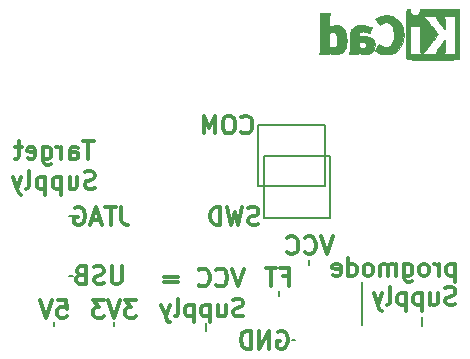
<source format=gbo>
G04 #@! TF.GenerationSoftware,KiCad,Pcbnew,(2017-05-12 revision b823d0b78)-makepkg*
G04 #@! TF.CreationDate,2017-05-13T14:09:32+02:00*
G04 #@! TF.ProjectId,jtagTc2050Adaptor,6A74616754633230353041646170746F,1.0*
G04 #@! TF.FileFunction,Legend,Bot*
G04 #@! TF.FilePolarity,Positive*
%FSLAX46Y46*%
G04 Gerber Fmt 4.6, Leading zero omitted, Abs format (unit mm)*
G04 Created by KiCad (PCBNEW (2017-05-12 revision b823d0b78)-makepkg) date 05/13/17 14:09:32*
%MOMM*%
%LPD*%
G01*
G04 APERTURE LIST*
%ADD10C,0.100000*%
%ADD11C,0.200000*%
%ADD12C,0.300000*%
%ADD13C,0.010000*%
G04 APERTURE END LIST*
D10*
D11*
X66484500Y-86360000D02*
X66865500Y-86360000D01*
X66865500Y-91440000D02*
X66484500Y-91440000D01*
X65278000Y-95694500D02*
X65278000Y-95313500D01*
X70358000Y-95694500D02*
X70358000Y-95313500D01*
X78105000Y-96075500D02*
X78105000Y-95377000D01*
X85661500Y-96837500D02*
X85407500Y-96837500D01*
X86868000Y-90487500D02*
X86868000Y-90106500D01*
X84328000Y-93091000D02*
X84328000Y-92710000D01*
D12*
X84621642Y-91459857D02*
X85121642Y-91459857D01*
X85121642Y-92245571D02*
X85121642Y-90745571D01*
X84407357Y-90745571D01*
X84050214Y-90745571D02*
X83193071Y-90745571D01*
X83621642Y-92245571D02*
X83621642Y-90745571D01*
X84200857Y-96151000D02*
X84343714Y-96079571D01*
X84558000Y-96079571D01*
X84772285Y-96151000D01*
X84915142Y-96293857D01*
X84986571Y-96436714D01*
X85058000Y-96722428D01*
X85058000Y-96936714D01*
X84986571Y-97222428D01*
X84915142Y-97365285D01*
X84772285Y-97508142D01*
X84558000Y-97579571D01*
X84415142Y-97579571D01*
X84200857Y-97508142D01*
X84129428Y-97436714D01*
X84129428Y-96936714D01*
X84415142Y-96936714D01*
X83486571Y-97579571D02*
X83486571Y-96079571D01*
X82629428Y-97579571D01*
X82629428Y-96079571D01*
X81915142Y-97579571D02*
X81915142Y-96079571D01*
X81558000Y-96079571D01*
X81343714Y-96151000D01*
X81200857Y-96293857D01*
X81129428Y-96436714D01*
X81058000Y-96722428D01*
X81058000Y-96936714D01*
X81129428Y-97222428D01*
X81200857Y-97365285D01*
X81343714Y-97508142D01*
X81558000Y-97579571D01*
X81915142Y-97579571D01*
X88868000Y-88078571D02*
X88368000Y-89578571D01*
X87868000Y-88078571D01*
X86510857Y-89435714D02*
X86582285Y-89507142D01*
X86796571Y-89578571D01*
X86939428Y-89578571D01*
X87153714Y-89507142D01*
X87296571Y-89364285D01*
X87368000Y-89221428D01*
X87439428Y-88935714D01*
X87439428Y-88721428D01*
X87368000Y-88435714D01*
X87296571Y-88292857D01*
X87153714Y-88150000D01*
X86939428Y-88078571D01*
X86796571Y-88078571D01*
X86582285Y-88150000D01*
X86510857Y-88221428D01*
X85010857Y-89435714D02*
X85082285Y-89507142D01*
X85296571Y-89578571D01*
X85439428Y-89578571D01*
X85653714Y-89507142D01*
X85796571Y-89364285D01*
X85868000Y-89221428D01*
X85939428Y-88935714D01*
X85939428Y-88721428D01*
X85868000Y-88435714D01*
X85796571Y-88292857D01*
X85653714Y-88150000D01*
X85439428Y-88078571D01*
X85296571Y-88078571D01*
X85082285Y-88150000D01*
X85010857Y-88221428D01*
X99173657Y-90407371D02*
X99173657Y-91907371D01*
X99173657Y-90478800D02*
X99030800Y-90407371D01*
X98745085Y-90407371D01*
X98602228Y-90478800D01*
X98530800Y-90550228D01*
X98459371Y-90693085D01*
X98459371Y-91121657D01*
X98530800Y-91264514D01*
X98602228Y-91335942D01*
X98745085Y-91407371D01*
X99030800Y-91407371D01*
X99173657Y-91335942D01*
X97816514Y-91407371D02*
X97816514Y-90407371D01*
X97816514Y-90693085D02*
X97745085Y-90550228D01*
X97673657Y-90478800D01*
X97530800Y-90407371D01*
X97387942Y-90407371D01*
X96673657Y-91407371D02*
X96816514Y-91335942D01*
X96887942Y-91264514D01*
X96959371Y-91121657D01*
X96959371Y-90693085D01*
X96887942Y-90550228D01*
X96816514Y-90478800D01*
X96673657Y-90407371D01*
X96459371Y-90407371D01*
X96316514Y-90478800D01*
X96245085Y-90550228D01*
X96173657Y-90693085D01*
X96173657Y-91121657D01*
X96245085Y-91264514D01*
X96316514Y-91335942D01*
X96459371Y-91407371D01*
X96673657Y-91407371D01*
X94887942Y-90407371D02*
X94887942Y-91621657D01*
X94959371Y-91764514D01*
X95030800Y-91835942D01*
X95173657Y-91907371D01*
X95387942Y-91907371D01*
X95530800Y-91835942D01*
X94887942Y-91335942D02*
X95030800Y-91407371D01*
X95316514Y-91407371D01*
X95459371Y-91335942D01*
X95530800Y-91264514D01*
X95602228Y-91121657D01*
X95602228Y-90693085D01*
X95530800Y-90550228D01*
X95459371Y-90478800D01*
X95316514Y-90407371D01*
X95030800Y-90407371D01*
X94887942Y-90478800D01*
X94173657Y-91407371D02*
X94173657Y-90407371D01*
X94173657Y-90550228D02*
X94102228Y-90478800D01*
X93959371Y-90407371D01*
X93745085Y-90407371D01*
X93602228Y-90478800D01*
X93530800Y-90621657D01*
X93530800Y-91407371D01*
X93530800Y-90621657D02*
X93459371Y-90478800D01*
X93316514Y-90407371D01*
X93102228Y-90407371D01*
X92959371Y-90478800D01*
X92887942Y-90621657D01*
X92887942Y-91407371D01*
X91959371Y-91407371D02*
X92102228Y-91335942D01*
X92173657Y-91264514D01*
X92245085Y-91121657D01*
X92245085Y-90693085D01*
X92173657Y-90550228D01*
X92102228Y-90478800D01*
X91959371Y-90407371D01*
X91745085Y-90407371D01*
X91602228Y-90478800D01*
X91530800Y-90550228D01*
X91459371Y-90693085D01*
X91459371Y-91121657D01*
X91530800Y-91264514D01*
X91602228Y-91335942D01*
X91745085Y-91407371D01*
X91959371Y-91407371D01*
X90173657Y-91407371D02*
X90173657Y-89907371D01*
X90173657Y-91335942D02*
X90316514Y-91407371D01*
X90602228Y-91407371D01*
X90745085Y-91335942D01*
X90816514Y-91264514D01*
X90887942Y-91121657D01*
X90887942Y-90693085D01*
X90816514Y-90550228D01*
X90745085Y-90478800D01*
X90602228Y-90407371D01*
X90316514Y-90407371D01*
X90173657Y-90478800D01*
X88887942Y-91335942D02*
X89030800Y-91407371D01*
X89316514Y-91407371D01*
X89459371Y-91335942D01*
X89530800Y-91193085D01*
X89530800Y-90621657D01*
X89459371Y-90478800D01*
X89316514Y-90407371D01*
X89030800Y-90407371D01*
X88887942Y-90478800D01*
X88816514Y-90621657D01*
X88816514Y-90764514D01*
X89530800Y-90907371D01*
D11*
X91287600Y-95605600D02*
X91287600Y-91948000D01*
X96393000Y-95631000D02*
X96393000Y-94869000D01*
D12*
X99237371Y-93825142D02*
X99023085Y-93896571D01*
X98665942Y-93896571D01*
X98523085Y-93825142D01*
X98451657Y-93753714D01*
X98380228Y-93610857D01*
X98380228Y-93468000D01*
X98451657Y-93325142D01*
X98523085Y-93253714D01*
X98665942Y-93182285D01*
X98951657Y-93110857D01*
X99094514Y-93039428D01*
X99165942Y-92968000D01*
X99237371Y-92825142D01*
X99237371Y-92682285D01*
X99165942Y-92539428D01*
X99094514Y-92468000D01*
X98951657Y-92396571D01*
X98594514Y-92396571D01*
X98380228Y-92468000D01*
X97094514Y-92896571D02*
X97094514Y-93896571D01*
X97737371Y-92896571D02*
X97737371Y-93682285D01*
X97665942Y-93825142D01*
X97523085Y-93896571D01*
X97308800Y-93896571D01*
X97165942Y-93825142D01*
X97094514Y-93753714D01*
X96380228Y-92896571D02*
X96380228Y-94396571D01*
X96380228Y-92968000D02*
X96237371Y-92896571D01*
X95951657Y-92896571D01*
X95808800Y-92968000D01*
X95737371Y-93039428D01*
X95665942Y-93182285D01*
X95665942Y-93610857D01*
X95737371Y-93753714D01*
X95808800Y-93825142D01*
X95951657Y-93896571D01*
X96237371Y-93896571D01*
X96380228Y-93825142D01*
X95023085Y-92896571D02*
X95023085Y-94396571D01*
X95023085Y-92968000D02*
X94880228Y-92896571D01*
X94594514Y-92896571D01*
X94451657Y-92968000D01*
X94380228Y-93039428D01*
X94308800Y-93182285D01*
X94308800Y-93610857D01*
X94380228Y-93753714D01*
X94451657Y-93825142D01*
X94594514Y-93896571D01*
X94880228Y-93896571D01*
X95023085Y-93825142D01*
X93451657Y-93896571D02*
X93594514Y-93825142D01*
X93665942Y-93682285D01*
X93665942Y-92396571D01*
X93023085Y-92896571D02*
X92665942Y-93896571D01*
X92308800Y-92896571D02*
X92665942Y-93896571D01*
X92808800Y-94253714D01*
X92880228Y-94325142D01*
X93023085Y-94396571D01*
X72215142Y-93476071D02*
X71286571Y-93476071D01*
X71786571Y-94047500D01*
X71572285Y-94047500D01*
X71429428Y-94118928D01*
X71358000Y-94190357D01*
X71286571Y-94333214D01*
X71286571Y-94690357D01*
X71358000Y-94833214D01*
X71429428Y-94904642D01*
X71572285Y-94976071D01*
X72000857Y-94976071D01*
X72143714Y-94904642D01*
X72215142Y-94833214D01*
X70858000Y-93476071D02*
X70358000Y-94976071D01*
X69858000Y-93476071D01*
X69500857Y-93476071D02*
X68572285Y-93476071D01*
X69072285Y-94047500D01*
X68858000Y-94047500D01*
X68715142Y-94118928D01*
X68643714Y-94190357D01*
X68572285Y-94333214D01*
X68572285Y-94690357D01*
X68643714Y-94833214D01*
X68715142Y-94904642D01*
X68858000Y-94976071D01*
X69286571Y-94976071D01*
X69429428Y-94904642D01*
X69500857Y-94833214D01*
X65563714Y-93476071D02*
X66278000Y-93476071D01*
X66349428Y-94190357D01*
X66278000Y-94118928D01*
X66135142Y-94047500D01*
X65778000Y-94047500D01*
X65635142Y-94118928D01*
X65563714Y-94190357D01*
X65492285Y-94333214D01*
X65492285Y-94690357D01*
X65563714Y-94833214D01*
X65635142Y-94904642D01*
X65778000Y-94976071D01*
X66135142Y-94976071D01*
X66278000Y-94904642D01*
X66349428Y-94833214D01*
X65063714Y-93476071D02*
X64563714Y-94976071D01*
X64063714Y-93476071D01*
X81351000Y-90804071D02*
X80851000Y-92304071D01*
X80351000Y-90804071D01*
X78993857Y-92161214D02*
X79065285Y-92232642D01*
X79279571Y-92304071D01*
X79422428Y-92304071D01*
X79636714Y-92232642D01*
X79779571Y-92089785D01*
X79851000Y-91946928D01*
X79922428Y-91661214D01*
X79922428Y-91446928D01*
X79851000Y-91161214D01*
X79779571Y-91018357D01*
X79636714Y-90875500D01*
X79422428Y-90804071D01*
X79279571Y-90804071D01*
X79065285Y-90875500D01*
X78993857Y-90946928D01*
X77493857Y-92161214D02*
X77565285Y-92232642D01*
X77779571Y-92304071D01*
X77922428Y-92304071D01*
X78136714Y-92232642D01*
X78279571Y-92089785D01*
X78351000Y-91946928D01*
X78422428Y-91661214D01*
X78422428Y-91446928D01*
X78351000Y-91161214D01*
X78279571Y-91018357D01*
X78136714Y-90875500D01*
X77922428Y-90804071D01*
X77779571Y-90804071D01*
X77565285Y-90875500D01*
X77493857Y-90946928D01*
X75708142Y-91518357D02*
X74565285Y-91518357D01*
X74565285Y-91946928D02*
X75708142Y-91946928D01*
X81279571Y-94782642D02*
X81065285Y-94854071D01*
X80708142Y-94854071D01*
X80565285Y-94782642D01*
X80493857Y-94711214D01*
X80422428Y-94568357D01*
X80422428Y-94425500D01*
X80493857Y-94282642D01*
X80565285Y-94211214D01*
X80708142Y-94139785D01*
X80993857Y-94068357D01*
X81136714Y-93996928D01*
X81208142Y-93925500D01*
X81279571Y-93782642D01*
X81279571Y-93639785D01*
X81208142Y-93496928D01*
X81136714Y-93425500D01*
X80993857Y-93354071D01*
X80636714Y-93354071D01*
X80422428Y-93425500D01*
X79136714Y-93854071D02*
X79136714Y-94854071D01*
X79779571Y-93854071D02*
X79779571Y-94639785D01*
X79708142Y-94782642D01*
X79565285Y-94854071D01*
X79351000Y-94854071D01*
X79208142Y-94782642D01*
X79136714Y-94711214D01*
X78422428Y-93854071D02*
X78422428Y-95354071D01*
X78422428Y-93925500D02*
X78279571Y-93854071D01*
X77993857Y-93854071D01*
X77851000Y-93925500D01*
X77779571Y-93996928D01*
X77708142Y-94139785D01*
X77708142Y-94568357D01*
X77779571Y-94711214D01*
X77851000Y-94782642D01*
X77993857Y-94854071D01*
X78279571Y-94854071D01*
X78422428Y-94782642D01*
X77065285Y-93854071D02*
X77065285Y-95354071D01*
X77065285Y-93925500D02*
X76922428Y-93854071D01*
X76636714Y-93854071D01*
X76493857Y-93925500D01*
X76422428Y-93996928D01*
X76351000Y-94139785D01*
X76351000Y-94568357D01*
X76422428Y-94711214D01*
X76493857Y-94782642D01*
X76636714Y-94854071D01*
X76922428Y-94854071D01*
X77065285Y-94782642D01*
X75493857Y-94854071D02*
X75636714Y-94782642D01*
X75708142Y-94639785D01*
X75708142Y-93354071D01*
X75065285Y-93854071D02*
X74708142Y-94854071D01*
X74351000Y-93854071D02*
X74708142Y-94854071D01*
X74851000Y-95211214D01*
X74922428Y-95282642D01*
X75065285Y-95354071D01*
X68599428Y-80009071D02*
X67742285Y-80009071D01*
X68170857Y-81509071D02*
X68170857Y-80009071D01*
X66599428Y-81509071D02*
X66599428Y-80723357D01*
X66670857Y-80580500D01*
X66813714Y-80509071D01*
X67099428Y-80509071D01*
X67242285Y-80580500D01*
X66599428Y-81437642D02*
X66742285Y-81509071D01*
X67099428Y-81509071D01*
X67242285Y-81437642D01*
X67313714Y-81294785D01*
X67313714Y-81151928D01*
X67242285Y-81009071D01*
X67099428Y-80937642D01*
X66742285Y-80937642D01*
X66599428Y-80866214D01*
X65885142Y-81509071D02*
X65885142Y-80509071D01*
X65885142Y-80794785D02*
X65813714Y-80651928D01*
X65742285Y-80580500D01*
X65599428Y-80509071D01*
X65456571Y-80509071D01*
X64313714Y-80509071D02*
X64313714Y-81723357D01*
X64385142Y-81866214D01*
X64456571Y-81937642D01*
X64599428Y-82009071D01*
X64813714Y-82009071D01*
X64956571Y-81937642D01*
X64313714Y-81437642D02*
X64456571Y-81509071D01*
X64742285Y-81509071D01*
X64885142Y-81437642D01*
X64956571Y-81366214D01*
X65028000Y-81223357D01*
X65028000Y-80794785D01*
X64956571Y-80651928D01*
X64885142Y-80580500D01*
X64742285Y-80509071D01*
X64456571Y-80509071D01*
X64313714Y-80580500D01*
X63028000Y-81437642D02*
X63170857Y-81509071D01*
X63456571Y-81509071D01*
X63599428Y-81437642D01*
X63670857Y-81294785D01*
X63670857Y-80723357D01*
X63599428Y-80580500D01*
X63456571Y-80509071D01*
X63170857Y-80509071D01*
X63028000Y-80580500D01*
X62956571Y-80723357D01*
X62956571Y-80866214D01*
X63670857Y-81009071D01*
X62528000Y-80509071D02*
X61956571Y-80509071D01*
X62313714Y-80009071D02*
X62313714Y-81294785D01*
X62242285Y-81437642D01*
X62099428Y-81509071D01*
X61956571Y-81509071D01*
X68706571Y-83987642D02*
X68492285Y-84059071D01*
X68135142Y-84059071D01*
X67992285Y-83987642D01*
X67920857Y-83916214D01*
X67849428Y-83773357D01*
X67849428Y-83630500D01*
X67920857Y-83487642D01*
X67992285Y-83416214D01*
X68135142Y-83344785D01*
X68420857Y-83273357D01*
X68563714Y-83201928D01*
X68635142Y-83130500D01*
X68706571Y-82987642D01*
X68706571Y-82844785D01*
X68635142Y-82701928D01*
X68563714Y-82630500D01*
X68420857Y-82559071D01*
X68063714Y-82559071D01*
X67849428Y-82630500D01*
X66563714Y-83059071D02*
X66563714Y-84059071D01*
X67206571Y-83059071D02*
X67206571Y-83844785D01*
X67135142Y-83987642D01*
X66992285Y-84059071D01*
X66778000Y-84059071D01*
X66635142Y-83987642D01*
X66563714Y-83916214D01*
X65849428Y-83059071D02*
X65849428Y-84559071D01*
X65849428Y-83130500D02*
X65706571Y-83059071D01*
X65420857Y-83059071D01*
X65278000Y-83130500D01*
X65206571Y-83201928D01*
X65135142Y-83344785D01*
X65135142Y-83773357D01*
X65206571Y-83916214D01*
X65278000Y-83987642D01*
X65420857Y-84059071D01*
X65706571Y-84059071D01*
X65849428Y-83987642D01*
X64492285Y-83059071D02*
X64492285Y-84559071D01*
X64492285Y-83130500D02*
X64349428Y-83059071D01*
X64063714Y-83059071D01*
X63920857Y-83130500D01*
X63849428Y-83201928D01*
X63778000Y-83344785D01*
X63778000Y-83773357D01*
X63849428Y-83916214D01*
X63920857Y-83987642D01*
X64063714Y-84059071D01*
X64349428Y-84059071D01*
X64492285Y-83987642D01*
X62920857Y-84059071D02*
X63063714Y-83987642D01*
X63135142Y-83844785D01*
X63135142Y-82559071D01*
X62492285Y-83059071D02*
X62135142Y-84059071D01*
X61778000Y-83059071D02*
X62135142Y-84059071D01*
X62278000Y-84416214D01*
X62349428Y-84487642D01*
X62492285Y-84559071D01*
X70980857Y-90618571D02*
X70980857Y-91832857D01*
X70909428Y-91975714D01*
X70838000Y-92047142D01*
X70695142Y-92118571D01*
X70409428Y-92118571D01*
X70266571Y-92047142D01*
X70195142Y-91975714D01*
X70123714Y-91832857D01*
X70123714Y-90618571D01*
X69480857Y-92047142D02*
X69266571Y-92118571D01*
X68909428Y-92118571D01*
X68766571Y-92047142D01*
X68695142Y-91975714D01*
X68623714Y-91832857D01*
X68623714Y-91690000D01*
X68695142Y-91547142D01*
X68766571Y-91475714D01*
X68909428Y-91404285D01*
X69195142Y-91332857D01*
X69338000Y-91261428D01*
X69409428Y-91190000D01*
X69480857Y-91047142D01*
X69480857Y-90904285D01*
X69409428Y-90761428D01*
X69338000Y-90690000D01*
X69195142Y-90618571D01*
X68838000Y-90618571D01*
X68623714Y-90690000D01*
X67480857Y-91332857D02*
X67266571Y-91404285D01*
X67195142Y-91475714D01*
X67123714Y-91618571D01*
X67123714Y-91832857D01*
X67195142Y-91975714D01*
X67266571Y-92047142D01*
X67409428Y-92118571D01*
X67980857Y-92118571D01*
X67980857Y-90618571D01*
X67480857Y-90618571D01*
X67338000Y-90690000D01*
X67266571Y-90761428D01*
X67195142Y-90904285D01*
X67195142Y-91047142D01*
X67266571Y-91190000D01*
X67338000Y-91261428D01*
X67480857Y-91332857D01*
X67980857Y-91332857D01*
X70965000Y-85602071D02*
X70965000Y-86673500D01*
X71036428Y-86887785D01*
X71179285Y-87030642D01*
X71393571Y-87102071D01*
X71536428Y-87102071D01*
X70465000Y-85602071D02*
X69607857Y-85602071D01*
X70036428Y-87102071D02*
X70036428Y-85602071D01*
X69179285Y-86673500D02*
X68465000Y-86673500D01*
X69322142Y-87102071D02*
X68822142Y-85602071D01*
X68322142Y-87102071D01*
X67036428Y-85673500D02*
X67179285Y-85602071D01*
X67393571Y-85602071D01*
X67607857Y-85673500D01*
X67750714Y-85816357D01*
X67822142Y-85959214D01*
X67893571Y-86244928D01*
X67893571Y-86459214D01*
X67822142Y-86744928D01*
X67750714Y-86887785D01*
X67607857Y-87030642D01*
X67393571Y-87102071D01*
X67250714Y-87102071D01*
X67036428Y-87030642D01*
X66965000Y-86959214D01*
X66965000Y-86459214D01*
X67250714Y-86459214D01*
D11*
X88646000Y-81280000D02*
X88646000Y-86487000D01*
X88201500Y-83820000D02*
X88201500Y-78676500D01*
X88201500Y-83820000D02*
X82550000Y-83820000D01*
X82994500Y-81280000D02*
X88646000Y-81280000D01*
X82994500Y-86487000D02*
X88646000Y-86487000D01*
X82550000Y-78676500D02*
X88201500Y-78676500D01*
X82994500Y-81280000D02*
X82994500Y-86487000D01*
X82550000Y-78676500D02*
X82550000Y-83820000D01*
D12*
X81125071Y-79212214D02*
X81196500Y-79283642D01*
X81410785Y-79355071D01*
X81553642Y-79355071D01*
X81767928Y-79283642D01*
X81910785Y-79140785D01*
X81982214Y-78997928D01*
X82053642Y-78712214D01*
X82053642Y-78497928D01*
X81982214Y-78212214D01*
X81910785Y-78069357D01*
X81767928Y-77926500D01*
X81553642Y-77855071D01*
X81410785Y-77855071D01*
X81196500Y-77926500D01*
X81125071Y-77997928D01*
X80196500Y-77855071D02*
X79910785Y-77855071D01*
X79767928Y-77926500D01*
X79625071Y-78069357D01*
X79553642Y-78355071D01*
X79553642Y-78855071D01*
X79625071Y-79140785D01*
X79767928Y-79283642D01*
X79910785Y-79355071D01*
X80196500Y-79355071D01*
X80339357Y-79283642D01*
X80482214Y-79140785D01*
X80553642Y-78855071D01*
X80553642Y-78355071D01*
X80482214Y-78069357D01*
X80339357Y-77926500D01*
X80196500Y-77855071D01*
X78910785Y-79355071D02*
X78910785Y-77855071D01*
X78410785Y-78926500D01*
X77910785Y-77855071D01*
X77910785Y-79355071D01*
X82553714Y-87030642D02*
X82339428Y-87102071D01*
X81982285Y-87102071D01*
X81839428Y-87030642D01*
X81768000Y-86959214D01*
X81696571Y-86816357D01*
X81696571Y-86673500D01*
X81768000Y-86530642D01*
X81839428Y-86459214D01*
X81982285Y-86387785D01*
X82268000Y-86316357D01*
X82410857Y-86244928D01*
X82482285Y-86173500D01*
X82553714Y-86030642D01*
X82553714Y-85887785D01*
X82482285Y-85744928D01*
X82410857Y-85673500D01*
X82268000Y-85602071D01*
X81910857Y-85602071D01*
X81696571Y-85673500D01*
X81196571Y-85602071D02*
X80839428Y-87102071D01*
X80553714Y-86030642D01*
X80268000Y-87102071D01*
X79910857Y-85602071D01*
X79339428Y-87102071D02*
X79339428Y-85602071D01*
X78982285Y-85602071D01*
X78768000Y-85673500D01*
X78625142Y-85816357D01*
X78553714Y-85959214D01*
X78482285Y-86244928D01*
X78482285Y-86459214D01*
X78553714Y-86744928D01*
X78625142Y-86887785D01*
X78768000Y-87030642D01*
X78982285Y-87102071D01*
X79339428Y-87102071D01*
D13*
G36*
X95173037Y-68807099D02*
X95151245Y-68814376D01*
X95132814Y-68830820D01*
X95117465Y-68859597D01*
X95104919Y-68903874D01*
X95094895Y-68966818D01*
X95087117Y-69051594D01*
X95081304Y-69161371D01*
X95077177Y-69299314D01*
X95074457Y-69468591D01*
X95072865Y-69672368D01*
X95072123Y-69913811D01*
X95071950Y-70196087D01*
X95072068Y-70522364D01*
X95072197Y-70895807D01*
X95072200Y-70954900D01*
X95072278Y-71330284D01*
X95072551Y-71658111D01*
X95073082Y-71941621D01*
X95073931Y-72184058D01*
X95075160Y-72388661D01*
X95076831Y-72558674D01*
X95079005Y-72697339D01*
X95081743Y-72807896D01*
X95085108Y-72893588D01*
X95089159Y-72957657D01*
X95093959Y-73003344D01*
X95099569Y-73033892D01*
X95106051Y-73052541D01*
X95112115Y-73061285D01*
X95123191Y-73068392D01*
X95143399Y-73074613D01*
X95175910Y-73080006D01*
X95223897Y-73084629D01*
X95290533Y-73088540D01*
X95378990Y-73091796D01*
X95492440Y-73094456D01*
X95634056Y-73096575D01*
X95807010Y-73098213D01*
X96014476Y-73099428D01*
X96259624Y-73100276D01*
X96545629Y-73100815D01*
X96875661Y-73101103D01*
X97252895Y-73101198D01*
X97307401Y-73101200D01*
X97691224Y-73101126D01*
X98027420Y-73100867D01*
X98319161Y-73100365D01*
X98569619Y-73099562D01*
X98781968Y-73098400D01*
X98959379Y-73096822D01*
X99105025Y-73094771D01*
X99222078Y-73092187D01*
X99313712Y-73089015D01*
X99383097Y-73085195D01*
X99433408Y-73080671D01*
X99467816Y-73075385D01*
X99489493Y-73069279D01*
X99501613Y-73062295D01*
X99502686Y-73061285D01*
X99509935Y-73050027D01*
X99516262Y-73029552D01*
X99521728Y-72996619D01*
X99526394Y-72947986D01*
X99530322Y-72880411D01*
X99533574Y-72790652D01*
X99536210Y-72675468D01*
X99538293Y-72531617D01*
X99539883Y-72355856D01*
X99541042Y-72144944D01*
X99541832Y-71895639D01*
X99542314Y-71604700D01*
X99542549Y-71268884D01*
X99542600Y-70954900D01*
X99542523Y-70579515D01*
X99542250Y-70251688D01*
X99541719Y-69968178D01*
X99540870Y-69725741D01*
X99539641Y-69521138D01*
X99538452Y-69400129D01*
X99263201Y-69400129D01*
X99252763Y-69425038D01*
X99226456Y-69479244D01*
X99212401Y-69507099D01*
X99201468Y-69530174D01*
X99192226Y-69555820D01*
X99184533Y-69588259D01*
X99178248Y-69631708D01*
X99173228Y-69690388D01*
X99169332Y-69768517D01*
X99166417Y-69870317D01*
X99164343Y-70000005D01*
X99162966Y-70161801D01*
X99162146Y-70359925D01*
X99161741Y-70598597D01*
X99161609Y-70882035D01*
X99161601Y-71018690D01*
X99161961Y-71282126D01*
X99162998Y-71530437D01*
X99164644Y-71758956D01*
X99166832Y-71963018D01*
X99169497Y-72137958D01*
X99172570Y-72279111D01*
X99175985Y-72381810D01*
X99179676Y-72441391D01*
X99182176Y-72454770D01*
X99206600Y-72494536D01*
X99232432Y-72548750D01*
X99262111Y-72618600D01*
X98735606Y-72618211D01*
X98580433Y-72617249D01*
X98446050Y-72614781D01*
X98339401Y-72611074D01*
X98267430Y-72606392D01*
X98237081Y-72601000D01*
X98237306Y-72599161D01*
X98267255Y-72565226D01*
X98303068Y-72507026D01*
X98307156Y-72499211D01*
X98322082Y-72461921D01*
X98333093Y-72411667D01*
X98340731Y-72340956D01*
X98345534Y-72242298D01*
X98348044Y-72108200D01*
X98348799Y-71931172D01*
X98348800Y-71921361D01*
X98347567Y-71743747D01*
X98344004Y-71601276D01*
X98338322Y-71498127D01*
X98330728Y-71438478D01*
X98323986Y-71424800D01*
X98294486Y-71444170D01*
X98256759Y-71491144D01*
X98254485Y-71494650D01*
X98213907Y-71551668D01*
X98179701Y-71589900D01*
X98149253Y-71627032D01*
X98109317Y-71689366D01*
X98095729Y-71713233D01*
X98053580Y-71780330D01*
X97990873Y-71869120D01*
X97919808Y-71962464D01*
X97905858Y-71979933D01*
X97797739Y-72122744D01*
X97707262Y-72259367D01*
X97639011Y-72381749D01*
X97597569Y-72481840D01*
X97586800Y-72540323D01*
X97586800Y-72618600D01*
X96460345Y-72618600D01*
X96472471Y-72604888D01*
X96316800Y-72604888D01*
X96292701Y-72609157D01*
X96225604Y-72612885D01*
X96123311Y-72615848D01*
X95993622Y-72617826D01*
X95844339Y-72618596D01*
X95834200Y-72618600D01*
X95657433Y-72617808D01*
X95526299Y-72615206D01*
X95435653Y-72610456D01*
X95380350Y-72603218D01*
X95355244Y-72593152D01*
X95352408Y-72586850D01*
X95367362Y-72542954D01*
X95390508Y-72505795D01*
X95399702Y-72487092D01*
X95407298Y-72454595D01*
X95413441Y-72403898D01*
X95418273Y-72330596D01*
X95421936Y-72230283D01*
X95424574Y-72098554D01*
X95426330Y-71931004D01*
X95427347Y-71723227D01*
X95427767Y-71470818D01*
X95427800Y-71356445D01*
X95427800Y-70256400D01*
X96292705Y-70256400D01*
X96253953Y-70331338D01*
X96243922Y-70357215D01*
X96235733Y-70395492D01*
X96229208Y-70451007D01*
X96224174Y-70528597D01*
X96220453Y-70633100D01*
X96217871Y-70769354D01*
X96216252Y-70942197D01*
X96215421Y-71156467D01*
X96215200Y-71399150D01*
X96215314Y-71650840D01*
X96215815Y-71856911D01*
X96216945Y-72022547D01*
X96218945Y-72152927D01*
X96222055Y-72253235D01*
X96226517Y-72328651D01*
X96232571Y-72384357D01*
X96240459Y-72425535D01*
X96250421Y-72457367D01*
X96262699Y-72485035D01*
X96266000Y-72491600D01*
X96296910Y-72555036D01*
X96314920Y-72597510D01*
X96316800Y-72604888D01*
X96472471Y-72604888D01*
X96521923Y-72548970D01*
X96565845Y-72499666D01*
X96594027Y-72468690D01*
X96596200Y-72466420D01*
X96653955Y-72403305D01*
X96725437Y-72319089D01*
X96800503Y-72226465D01*
X96869009Y-72138125D01*
X96920812Y-72066761D01*
X96941024Y-72034947D01*
X96981245Y-71970984D01*
X97044738Y-71879699D01*
X97122596Y-71773080D01*
X97205913Y-71663115D01*
X97285783Y-71561790D01*
X97348127Y-71487007D01*
X97408571Y-71409948D01*
X97465241Y-71326343D01*
X97469422Y-71319450D01*
X97596763Y-71121336D01*
X97692406Y-70990756D01*
X97762364Y-70899612D01*
X97680932Y-70812160D01*
X97610740Y-70733061D01*
X97520685Y-70626292D01*
X97421343Y-70504851D01*
X97323293Y-70381739D01*
X97237111Y-70269955D01*
X97208249Y-70231215D01*
X96903459Y-69851292D01*
X96664121Y-69594187D01*
X96465341Y-69392800D01*
X97010653Y-69392800D01*
X97195850Y-69392923D01*
X97336402Y-69394261D01*
X97438463Y-69398267D01*
X97508188Y-69406393D01*
X97551731Y-69420091D01*
X97575247Y-69440816D01*
X97584889Y-69470018D01*
X97586814Y-69509151D01*
X97586800Y-69528790D01*
X97602388Y-69582242D01*
X97641459Y-69649521D01*
X97659101Y-69672762D01*
X97717748Y-69750068D01*
X97780510Y-69840986D01*
X97802598Y-69875400D01*
X97845848Y-69942164D01*
X97879488Y-69989331D01*
X97891161Y-70002400D01*
X97920955Y-70031739D01*
X97970155Y-70087418D01*
X98029878Y-70158508D01*
X98091238Y-70234081D01*
X98145353Y-70303208D01*
X98183337Y-70354961D01*
X98196400Y-70377883D01*
X98213218Y-70407374D01*
X98255254Y-70455117D01*
X98272601Y-70472300D01*
X98348801Y-70545304D01*
X98348800Y-70125488D01*
X98347207Y-69942702D01*
X98341505Y-69799876D01*
X98330307Y-69686240D01*
X98312228Y-69591029D01*
X98285882Y-69503475D01*
X98260236Y-69437250D01*
X98257006Y-69422171D01*
X98265751Y-69410938D01*
X98292695Y-69402991D01*
X98344062Y-69397767D01*
X98426076Y-69394703D01*
X98544961Y-69393238D01*
X98706940Y-69392810D01*
X98752483Y-69392800D01*
X98907317Y-69393146D01*
X99043278Y-69394112D01*
X99152783Y-69395590D01*
X99228249Y-69397471D01*
X99262092Y-69399645D01*
X99263201Y-69400129D01*
X99538452Y-69400129D01*
X99537970Y-69351125D01*
X99535796Y-69212460D01*
X99533058Y-69101903D01*
X99529693Y-69016211D01*
X99525642Y-68952142D01*
X99520842Y-68906455D01*
X99515232Y-68875907D01*
X99508750Y-68857258D01*
X99502686Y-68848514D01*
X99490222Y-68840334D01*
X99467963Y-68833338D01*
X99432209Y-68827434D01*
X99379259Y-68822533D01*
X99305412Y-68818544D01*
X99206969Y-68815378D01*
X99080227Y-68812944D01*
X98921487Y-68811152D01*
X98727047Y-68809911D01*
X98493207Y-68809133D01*
X98216265Y-68808726D01*
X97892522Y-68808600D01*
X96266000Y-68808600D01*
X96266000Y-68904818D01*
X96245921Y-69020735D01*
X96192875Y-69139400D01*
X96117646Y-69240391D01*
X96065394Y-69284644D01*
X95951854Y-69331770D01*
X95820900Y-69342036D01*
X95686772Y-69318318D01*
X95563710Y-69263489D01*
X95465952Y-69180423D01*
X95450600Y-69160547D01*
X95403594Y-69059828D01*
X95381961Y-68944277D01*
X95370710Y-68808599D01*
X95261370Y-68808600D01*
X95227820Y-68807377D01*
X95198469Y-68805821D01*
X95173037Y-68807099D01*
X95173037Y-68807099D01*
G37*
X95173037Y-68807099D02*
X95151245Y-68814376D01*
X95132814Y-68830820D01*
X95117465Y-68859597D01*
X95104919Y-68903874D01*
X95094895Y-68966818D01*
X95087117Y-69051594D01*
X95081304Y-69161371D01*
X95077177Y-69299314D01*
X95074457Y-69468591D01*
X95072865Y-69672368D01*
X95072123Y-69913811D01*
X95071950Y-70196087D01*
X95072068Y-70522364D01*
X95072197Y-70895807D01*
X95072200Y-70954900D01*
X95072278Y-71330284D01*
X95072551Y-71658111D01*
X95073082Y-71941621D01*
X95073931Y-72184058D01*
X95075160Y-72388661D01*
X95076831Y-72558674D01*
X95079005Y-72697339D01*
X95081743Y-72807896D01*
X95085108Y-72893588D01*
X95089159Y-72957657D01*
X95093959Y-73003344D01*
X95099569Y-73033892D01*
X95106051Y-73052541D01*
X95112115Y-73061285D01*
X95123191Y-73068392D01*
X95143399Y-73074613D01*
X95175910Y-73080006D01*
X95223897Y-73084629D01*
X95290533Y-73088540D01*
X95378990Y-73091796D01*
X95492440Y-73094456D01*
X95634056Y-73096575D01*
X95807010Y-73098213D01*
X96014476Y-73099428D01*
X96259624Y-73100276D01*
X96545629Y-73100815D01*
X96875661Y-73101103D01*
X97252895Y-73101198D01*
X97307401Y-73101200D01*
X97691224Y-73101126D01*
X98027420Y-73100867D01*
X98319161Y-73100365D01*
X98569619Y-73099562D01*
X98781968Y-73098400D01*
X98959379Y-73096822D01*
X99105025Y-73094771D01*
X99222078Y-73092187D01*
X99313712Y-73089015D01*
X99383097Y-73085195D01*
X99433408Y-73080671D01*
X99467816Y-73075385D01*
X99489493Y-73069279D01*
X99501613Y-73062295D01*
X99502686Y-73061285D01*
X99509935Y-73050027D01*
X99516262Y-73029552D01*
X99521728Y-72996619D01*
X99526394Y-72947986D01*
X99530322Y-72880411D01*
X99533574Y-72790652D01*
X99536210Y-72675468D01*
X99538293Y-72531617D01*
X99539883Y-72355856D01*
X99541042Y-72144944D01*
X99541832Y-71895639D01*
X99542314Y-71604700D01*
X99542549Y-71268884D01*
X99542600Y-70954900D01*
X99542523Y-70579515D01*
X99542250Y-70251688D01*
X99541719Y-69968178D01*
X99540870Y-69725741D01*
X99539641Y-69521138D01*
X99538452Y-69400129D01*
X99263201Y-69400129D01*
X99252763Y-69425038D01*
X99226456Y-69479244D01*
X99212401Y-69507099D01*
X99201468Y-69530174D01*
X99192226Y-69555820D01*
X99184533Y-69588259D01*
X99178248Y-69631708D01*
X99173228Y-69690388D01*
X99169332Y-69768517D01*
X99166417Y-69870317D01*
X99164343Y-70000005D01*
X99162966Y-70161801D01*
X99162146Y-70359925D01*
X99161741Y-70598597D01*
X99161609Y-70882035D01*
X99161601Y-71018690D01*
X99161961Y-71282126D01*
X99162998Y-71530437D01*
X99164644Y-71758956D01*
X99166832Y-71963018D01*
X99169497Y-72137958D01*
X99172570Y-72279111D01*
X99175985Y-72381810D01*
X99179676Y-72441391D01*
X99182176Y-72454770D01*
X99206600Y-72494536D01*
X99232432Y-72548750D01*
X99262111Y-72618600D01*
X98735606Y-72618211D01*
X98580433Y-72617249D01*
X98446050Y-72614781D01*
X98339401Y-72611074D01*
X98267430Y-72606392D01*
X98237081Y-72601000D01*
X98237306Y-72599161D01*
X98267255Y-72565226D01*
X98303068Y-72507026D01*
X98307156Y-72499211D01*
X98322082Y-72461921D01*
X98333093Y-72411667D01*
X98340731Y-72340956D01*
X98345534Y-72242298D01*
X98348044Y-72108200D01*
X98348799Y-71931172D01*
X98348800Y-71921361D01*
X98347567Y-71743747D01*
X98344004Y-71601276D01*
X98338322Y-71498127D01*
X98330728Y-71438478D01*
X98323986Y-71424800D01*
X98294486Y-71444170D01*
X98256759Y-71491144D01*
X98254485Y-71494650D01*
X98213907Y-71551668D01*
X98179701Y-71589900D01*
X98149253Y-71627032D01*
X98109317Y-71689366D01*
X98095729Y-71713233D01*
X98053580Y-71780330D01*
X97990873Y-71869120D01*
X97919808Y-71962464D01*
X97905858Y-71979933D01*
X97797739Y-72122744D01*
X97707262Y-72259367D01*
X97639011Y-72381749D01*
X97597569Y-72481840D01*
X97586800Y-72540323D01*
X97586800Y-72618600D01*
X96460345Y-72618600D01*
X96472471Y-72604888D01*
X96316800Y-72604888D01*
X96292701Y-72609157D01*
X96225604Y-72612885D01*
X96123311Y-72615848D01*
X95993622Y-72617826D01*
X95844339Y-72618596D01*
X95834200Y-72618600D01*
X95657433Y-72617808D01*
X95526299Y-72615206D01*
X95435653Y-72610456D01*
X95380350Y-72603218D01*
X95355244Y-72593152D01*
X95352408Y-72586850D01*
X95367362Y-72542954D01*
X95390508Y-72505795D01*
X95399702Y-72487092D01*
X95407298Y-72454595D01*
X95413441Y-72403898D01*
X95418273Y-72330596D01*
X95421936Y-72230283D01*
X95424574Y-72098554D01*
X95426330Y-71931004D01*
X95427347Y-71723227D01*
X95427767Y-71470818D01*
X95427800Y-71356445D01*
X95427800Y-70256400D01*
X96292705Y-70256400D01*
X96253953Y-70331338D01*
X96243922Y-70357215D01*
X96235733Y-70395492D01*
X96229208Y-70451007D01*
X96224174Y-70528597D01*
X96220453Y-70633100D01*
X96217871Y-70769354D01*
X96216252Y-70942197D01*
X96215421Y-71156467D01*
X96215200Y-71399150D01*
X96215314Y-71650840D01*
X96215815Y-71856911D01*
X96216945Y-72022547D01*
X96218945Y-72152927D01*
X96222055Y-72253235D01*
X96226517Y-72328651D01*
X96232571Y-72384357D01*
X96240459Y-72425535D01*
X96250421Y-72457367D01*
X96262699Y-72485035D01*
X96266000Y-72491600D01*
X96296910Y-72555036D01*
X96314920Y-72597510D01*
X96316800Y-72604888D01*
X96472471Y-72604888D01*
X96521923Y-72548970D01*
X96565845Y-72499666D01*
X96594027Y-72468690D01*
X96596200Y-72466420D01*
X96653955Y-72403305D01*
X96725437Y-72319089D01*
X96800503Y-72226465D01*
X96869009Y-72138125D01*
X96920812Y-72066761D01*
X96941024Y-72034947D01*
X96981245Y-71970984D01*
X97044738Y-71879699D01*
X97122596Y-71773080D01*
X97205913Y-71663115D01*
X97285783Y-71561790D01*
X97348127Y-71487007D01*
X97408571Y-71409948D01*
X97465241Y-71326343D01*
X97469422Y-71319450D01*
X97596763Y-71121336D01*
X97692406Y-70990756D01*
X97762364Y-70899612D01*
X97680932Y-70812160D01*
X97610740Y-70733061D01*
X97520685Y-70626292D01*
X97421343Y-70504851D01*
X97323293Y-70381739D01*
X97237111Y-70269955D01*
X97208249Y-70231215D01*
X96903459Y-69851292D01*
X96664121Y-69594187D01*
X96465341Y-69392800D01*
X97010653Y-69392800D01*
X97195850Y-69392923D01*
X97336402Y-69394261D01*
X97438463Y-69398267D01*
X97508188Y-69406393D01*
X97551731Y-69420091D01*
X97575247Y-69440816D01*
X97584889Y-69470018D01*
X97586814Y-69509151D01*
X97586800Y-69528790D01*
X97602388Y-69582242D01*
X97641459Y-69649521D01*
X97659101Y-69672762D01*
X97717748Y-69750068D01*
X97780510Y-69840986D01*
X97802598Y-69875400D01*
X97845848Y-69942164D01*
X97879488Y-69989331D01*
X97891161Y-70002400D01*
X97920955Y-70031739D01*
X97970155Y-70087418D01*
X98029878Y-70158508D01*
X98091238Y-70234081D01*
X98145353Y-70303208D01*
X98183337Y-70354961D01*
X98196400Y-70377883D01*
X98213218Y-70407374D01*
X98255254Y-70455117D01*
X98272601Y-70472300D01*
X98348801Y-70545304D01*
X98348800Y-70125488D01*
X98347207Y-69942702D01*
X98341505Y-69799876D01*
X98330307Y-69686240D01*
X98312228Y-69591029D01*
X98285882Y-69503475D01*
X98260236Y-69437250D01*
X98257006Y-69422171D01*
X98265751Y-69410938D01*
X98292695Y-69402991D01*
X98344062Y-69397767D01*
X98426076Y-69394703D01*
X98544961Y-69393238D01*
X98706940Y-69392810D01*
X98752483Y-69392800D01*
X98907317Y-69393146D01*
X99043278Y-69394112D01*
X99152783Y-69395590D01*
X99228249Y-69397471D01*
X99262092Y-69399645D01*
X99263201Y-69400129D01*
X99538452Y-69400129D01*
X99537970Y-69351125D01*
X99535796Y-69212460D01*
X99533058Y-69101903D01*
X99529693Y-69016211D01*
X99525642Y-68952142D01*
X99520842Y-68906455D01*
X99515232Y-68875907D01*
X99508750Y-68857258D01*
X99502686Y-68848514D01*
X99490222Y-68840334D01*
X99467963Y-68833338D01*
X99432209Y-68827434D01*
X99379259Y-68822533D01*
X99305412Y-68818544D01*
X99206969Y-68815378D01*
X99080227Y-68812944D01*
X98921487Y-68811152D01*
X98727047Y-68809911D01*
X98493207Y-68809133D01*
X98216265Y-68808726D01*
X97892522Y-68808600D01*
X96266000Y-68808600D01*
X96266000Y-68904818D01*
X96245921Y-69020735D01*
X96192875Y-69139400D01*
X96117646Y-69240391D01*
X96065394Y-69284644D01*
X95951854Y-69331770D01*
X95820900Y-69342036D01*
X95686772Y-69318318D01*
X95563710Y-69263489D01*
X95465952Y-69180423D01*
X95450600Y-69160547D01*
X95403594Y-69059828D01*
X95381961Y-68944277D01*
X95370710Y-68808599D01*
X95261370Y-68808600D01*
X95227820Y-68807377D01*
X95198469Y-68805821D01*
X95173037Y-68807099D01*
G36*
X93079724Y-69370741D02*
X93038489Y-69380543D01*
X92967521Y-69403229D01*
X92872227Y-69439363D01*
X92764879Y-69483587D01*
X92657747Y-69530547D01*
X92563102Y-69574887D01*
X92493215Y-69611251D01*
X92462336Y-69631998D01*
X92472026Y-69654982D01*
X92504364Y-69709908D01*
X92552936Y-69787051D01*
X92611326Y-69876688D01*
X92673119Y-69969095D01*
X92731898Y-70054551D01*
X92781248Y-70123330D01*
X92813723Y-70164559D01*
X92842164Y-70162024D01*
X92894319Y-70131735D01*
X92937993Y-70097712D01*
X93083102Y-70005626D01*
X93247913Y-69959959D01*
X93406302Y-69958684D01*
X93577002Y-69999302D01*
X93721141Y-70082527D01*
X93838155Y-70207325D01*
X93927481Y-70372660D01*
X93988557Y-70577497D01*
X94020819Y-70820801D01*
X94023974Y-71094600D01*
X94002533Y-71342226D01*
X93957416Y-71548141D01*
X93886770Y-71716505D01*
X93788743Y-71851480D01*
X93661483Y-71957226D01*
X93631821Y-71975551D01*
X93554627Y-72015815D01*
X93483162Y-72037276D01*
X93395373Y-72045076D01*
X93332300Y-72045409D01*
X93172583Y-72029754D01*
X93033853Y-71981792D01*
X92899775Y-71895013D01*
X92849554Y-71853063D01*
X92795308Y-71808562D01*
X92758986Y-71784625D01*
X92751345Y-71783369D01*
X92729184Y-71816688D01*
X92689902Y-71880733D01*
X92639170Y-71965748D01*
X92582657Y-72061975D01*
X92526034Y-72159657D01*
X92474969Y-72249036D01*
X92435135Y-72320356D01*
X92412199Y-72363860D01*
X92408947Y-72372580D01*
X92434182Y-72385954D01*
X92492056Y-72416653D01*
X92570338Y-72458186D01*
X92574943Y-72460630D01*
X92737253Y-72541012D01*
X92880188Y-72596328D01*
X93022128Y-72631386D01*
X93181453Y-72650993D01*
X93332300Y-72658740D01*
X93525115Y-72659969D01*
X93677150Y-72650513D01*
X93767964Y-72634965D01*
X94000199Y-72550118D01*
X94213241Y-72421118D01*
X94403034Y-72252306D01*
X94565522Y-72048023D01*
X94696648Y-71812609D01*
X94792356Y-71550405D01*
X94796852Y-71534032D01*
X94833150Y-71347426D01*
X94852055Y-71133320D01*
X94853577Y-70909657D01*
X94837731Y-70694382D01*
X94804528Y-70505440D01*
X94796103Y-70473444D01*
X94694339Y-70199835D01*
X94551668Y-69953868D01*
X94370596Y-69739053D01*
X94153630Y-69558895D01*
X94132400Y-69544482D01*
X93954756Y-69451904D01*
X93746702Y-69386148D01*
X93522202Y-69349307D01*
X93295222Y-69343473D01*
X93079724Y-69370741D01*
X93079724Y-69370741D01*
G37*
X93079724Y-69370741D02*
X93038489Y-69380543D01*
X92967521Y-69403229D01*
X92872227Y-69439363D01*
X92764879Y-69483587D01*
X92657747Y-69530547D01*
X92563102Y-69574887D01*
X92493215Y-69611251D01*
X92462336Y-69631998D01*
X92472026Y-69654982D01*
X92504364Y-69709908D01*
X92552936Y-69787051D01*
X92611326Y-69876688D01*
X92673119Y-69969095D01*
X92731898Y-70054551D01*
X92781248Y-70123330D01*
X92813723Y-70164559D01*
X92842164Y-70162024D01*
X92894319Y-70131735D01*
X92937993Y-70097712D01*
X93083102Y-70005626D01*
X93247913Y-69959959D01*
X93406302Y-69958684D01*
X93577002Y-69999302D01*
X93721141Y-70082527D01*
X93838155Y-70207325D01*
X93927481Y-70372660D01*
X93988557Y-70577497D01*
X94020819Y-70820801D01*
X94023974Y-71094600D01*
X94002533Y-71342226D01*
X93957416Y-71548141D01*
X93886770Y-71716505D01*
X93788743Y-71851480D01*
X93661483Y-71957226D01*
X93631821Y-71975551D01*
X93554627Y-72015815D01*
X93483162Y-72037276D01*
X93395373Y-72045076D01*
X93332300Y-72045409D01*
X93172583Y-72029754D01*
X93033853Y-71981792D01*
X92899775Y-71895013D01*
X92849554Y-71853063D01*
X92795308Y-71808562D01*
X92758986Y-71784625D01*
X92751345Y-71783369D01*
X92729184Y-71816688D01*
X92689902Y-71880733D01*
X92639170Y-71965748D01*
X92582657Y-72061975D01*
X92526034Y-72159657D01*
X92474969Y-72249036D01*
X92435135Y-72320356D01*
X92412199Y-72363860D01*
X92408947Y-72372580D01*
X92434182Y-72385954D01*
X92492056Y-72416653D01*
X92570338Y-72458186D01*
X92574943Y-72460630D01*
X92737253Y-72541012D01*
X92880188Y-72596328D01*
X93022128Y-72631386D01*
X93181453Y-72650993D01*
X93332300Y-72658740D01*
X93525115Y-72659969D01*
X93677150Y-72650513D01*
X93767964Y-72634965D01*
X94000199Y-72550118D01*
X94213241Y-72421118D01*
X94403034Y-72252306D01*
X94565522Y-72048023D01*
X94696648Y-71812609D01*
X94792356Y-71550405D01*
X94796852Y-71534032D01*
X94833150Y-71347426D01*
X94852055Y-71133320D01*
X94853577Y-70909657D01*
X94837731Y-70694382D01*
X94804528Y-70505440D01*
X94796103Y-70473444D01*
X94694339Y-70199835D01*
X94551668Y-69953868D01*
X94370596Y-69739053D01*
X94153630Y-69558895D01*
X94132400Y-69544482D01*
X93954756Y-69451904D01*
X93746702Y-69386148D01*
X93522202Y-69349307D01*
X93295222Y-69343473D01*
X93079724Y-69370741D01*
G36*
X90996780Y-70216759D02*
X90820824Y-70256664D01*
X90701887Y-70301295D01*
X90609302Y-70357178D01*
X90526621Y-70430760D01*
X90473483Y-70485588D01*
X90430004Y-70537229D01*
X90395109Y-70591392D01*
X90367724Y-70653787D01*
X90346776Y-70730123D01*
X90331191Y-70826110D01*
X90319896Y-70947458D01*
X90311815Y-71099875D01*
X90305877Y-71289070D01*
X90301006Y-71520755D01*
X90298851Y-71641877D01*
X90294593Y-71873834D01*
X90290470Y-72060451D01*
X90286124Y-72207185D01*
X90281197Y-72319495D01*
X90275332Y-72402837D01*
X90268169Y-72462669D01*
X90259351Y-72504449D01*
X90248520Y-72533634D01*
X90239265Y-72549927D01*
X90194229Y-72618600D01*
X91004982Y-72618600D01*
X91020900Y-72465098D01*
X91120298Y-72532883D01*
X91276454Y-72611654D01*
X91457308Y-72657578D01*
X91647105Y-72668537D01*
X91830091Y-72642411D01*
X91863566Y-72632836D01*
X92049971Y-72550512D01*
X92200880Y-72432985D01*
X92313748Y-72283721D01*
X92386025Y-72106186D01*
X92415165Y-71903843D01*
X92415612Y-71882000D01*
X92414948Y-71852945D01*
X91686693Y-71852945D01*
X91682437Y-71942284D01*
X91672310Y-71972902D01*
X91609621Y-72053489D01*
X91514677Y-72107881D01*
X91401073Y-72131752D01*
X91282404Y-72120778D01*
X91244804Y-72108908D01*
X91157617Y-72067368D01*
X91101976Y-72014766D01*
X91071506Y-71939680D01*
X91059834Y-71830689D01*
X91059000Y-71775972D01*
X91059000Y-71577200D01*
X91224916Y-71577200D01*
X91388653Y-71592224D01*
X91527272Y-71635133D01*
X91622724Y-71695955D01*
X91665331Y-71762698D01*
X91686693Y-71852945D01*
X92414948Y-71852945D01*
X92412997Y-71767673D01*
X92399349Y-71680374D01*
X92369850Y-71596711D01*
X92346518Y-71546615D01*
X92242177Y-71390036D01*
X92097796Y-71264158D01*
X91914031Y-71169278D01*
X91691538Y-71105691D01*
X91430974Y-71073695D01*
X91290606Y-71069641D01*
X91052312Y-71069200D01*
X91066204Y-70965628D01*
X91102138Y-70852360D01*
X91174056Y-70773907D01*
X91280676Y-70730563D01*
X91420713Y-70722623D01*
X91592884Y-70750380D01*
X91769891Y-70804544D01*
X91854349Y-70831813D01*
X91919342Y-70846773D01*
X91951205Y-70846308D01*
X91951538Y-70845989D01*
X91969124Y-70814272D01*
X91999220Y-70748312D01*
X92036498Y-70661145D01*
X92075627Y-70565804D01*
X92111278Y-70475325D01*
X92138120Y-70402740D01*
X92150825Y-70361085D01*
X92151200Y-70357702D01*
X92129410Y-70339017D01*
X92085953Y-70332600D01*
X92034369Y-70326437D01*
X91947550Y-70309824D01*
X91839297Y-70285575D01*
X91762103Y-70266573D01*
X91496304Y-70215760D01*
X91237624Y-70199118D01*
X90996780Y-70216759D01*
X90996780Y-70216759D01*
G37*
X90996780Y-70216759D02*
X90820824Y-70256664D01*
X90701887Y-70301295D01*
X90609302Y-70357178D01*
X90526621Y-70430760D01*
X90473483Y-70485588D01*
X90430004Y-70537229D01*
X90395109Y-70591392D01*
X90367724Y-70653787D01*
X90346776Y-70730123D01*
X90331191Y-70826110D01*
X90319896Y-70947458D01*
X90311815Y-71099875D01*
X90305877Y-71289070D01*
X90301006Y-71520755D01*
X90298851Y-71641877D01*
X90294593Y-71873834D01*
X90290470Y-72060451D01*
X90286124Y-72207185D01*
X90281197Y-72319495D01*
X90275332Y-72402837D01*
X90268169Y-72462669D01*
X90259351Y-72504449D01*
X90248520Y-72533634D01*
X90239265Y-72549927D01*
X90194229Y-72618600D01*
X91004982Y-72618600D01*
X91020900Y-72465098D01*
X91120298Y-72532883D01*
X91276454Y-72611654D01*
X91457308Y-72657578D01*
X91647105Y-72668537D01*
X91830091Y-72642411D01*
X91863566Y-72632836D01*
X92049971Y-72550512D01*
X92200880Y-72432985D01*
X92313748Y-72283721D01*
X92386025Y-72106186D01*
X92415165Y-71903843D01*
X92415612Y-71882000D01*
X92414948Y-71852945D01*
X91686693Y-71852945D01*
X91682437Y-71942284D01*
X91672310Y-71972902D01*
X91609621Y-72053489D01*
X91514677Y-72107881D01*
X91401073Y-72131752D01*
X91282404Y-72120778D01*
X91244804Y-72108908D01*
X91157617Y-72067368D01*
X91101976Y-72014766D01*
X91071506Y-71939680D01*
X91059834Y-71830689D01*
X91059000Y-71775972D01*
X91059000Y-71577200D01*
X91224916Y-71577200D01*
X91388653Y-71592224D01*
X91527272Y-71635133D01*
X91622724Y-71695955D01*
X91665331Y-71762698D01*
X91686693Y-71852945D01*
X92414948Y-71852945D01*
X92412997Y-71767673D01*
X92399349Y-71680374D01*
X92369850Y-71596711D01*
X92346518Y-71546615D01*
X92242177Y-71390036D01*
X92097796Y-71264158D01*
X91914031Y-71169278D01*
X91691538Y-71105691D01*
X91430974Y-71073695D01*
X91290606Y-71069641D01*
X91052312Y-71069200D01*
X91066204Y-70965628D01*
X91102138Y-70852360D01*
X91174056Y-70773907D01*
X91280676Y-70730563D01*
X91420713Y-70722623D01*
X91592884Y-70750380D01*
X91769891Y-70804544D01*
X91854349Y-70831813D01*
X91919342Y-70846773D01*
X91951205Y-70846308D01*
X91951538Y-70845989D01*
X91969124Y-70814272D01*
X91999220Y-70748312D01*
X92036498Y-70661145D01*
X92075627Y-70565804D01*
X92111278Y-70475325D01*
X92138120Y-70402740D01*
X92150825Y-70361085D01*
X92151200Y-70357702D01*
X92129410Y-70339017D01*
X92085953Y-70332600D01*
X92034369Y-70326437D01*
X91947550Y-70309824D01*
X91839297Y-70285575D01*
X91762103Y-70266573D01*
X91496304Y-70215760D01*
X91237624Y-70199118D01*
X90996780Y-70216759D01*
G36*
X87776936Y-70821550D02*
X87775394Y-71151452D01*
X87773834Y-71434381D01*
X87772139Y-71674161D01*
X87770192Y-71874619D01*
X87767877Y-72039581D01*
X87765078Y-72172872D01*
X87761676Y-72278318D01*
X87757556Y-72359745D01*
X87752601Y-72420980D01*
X87746693Y-72465847D01*
X87739717Y-72498174D01*
X87731555Y-72521785D01*
X87724598Y-72536050D01*
X87679496Y-72618600D01*
X88493600Y-72618600D01*
X88493600Y-72542400D01*
X88496959Y-72488852D01*
X88505049Y-72466204D01*
X88505173Y-72466200D01*
X88531291Y-72479184D01*
X88583674Y-72511937D01*
X88610497Y-72529821D01*
X88742797Y-72597047D01*
X88902463Y-72643989D01*
X89071378Y-72667738D01*
X89231423Y-72665384D01*
X89331800Y-72645647D01*
X89515862Y-72564339D01*
X89680990Y-72442600D01*
X89815883Y-72289910D01*
X89877245Y-72188094D01*
X89944669Y-72030429D01*
X89988545Y-71864351D01*
X90011686Y-71675803D01*
X90017159Y-71489313D01*
X90016398Y-71475600D01*
X89216264Y-71475600D01*
X89211766Y-71651295D01*
X89198151Y-71784814D01*
X89172923Y-71884349D01*
X89133588Y-71958091D01*
X89077649Y-72014231D01*
X89045384Y-72036570D01*
X88938979Y-72074564D01*
X88813256Y-72071576D01*
X88678197Y-72028128D01*
X88653901Y-72016173D01*
X88557100Y-71965957D01*
X88550258Y-71416887D01*
X88543415Y-70867816D01*
X88610509Y-70823854D01*
X88674040Y-70797107D01*
X88763732Y-70776444D01*
X88821767Y-70769465D01*
X88910145Y-70766370D01*
X88969109Y-70776495D01*
X89019415Y-70805083D01*
X89045473Y-70825968D01*
X89112817Y-70899567D01*
X89161736Y-70995137D01*
X89194059Y-71119634D01*
X89211613Y-71280011D01*
X89216264Y-71475600D01*
X90016398Y-71475600D01*
X90000725Y-71193365D01*
X89952858Y-70933534D01*
X89874229Y-70710909D01*
X89765511Y-70526580D01*
X89627375Y-70381637D01*
X89460494Y-70277168D01*
X89265540Y-70214264D01*
X89226230Y-70207235D01*
X89110697Y-70198975D01*
X88983337Y-70205829D01*
X88856739Y-70225252D01*
X88743488Y-70254699D01*
X88656172Y-70291625D01*
X88608138Y-70332215D01*
X88587273Y-70356682D01*
X88571230Y-70351592D01*
X88559475Y-70313057D01*
X88551476Y-70237188D01*
X88546698Y-70120101D01*
X88544607Y-69957906D01*
X88544400Y-69868070D01*
X88544923Y-69693973D01*
X88546931Y-69562617D01*
X88551089Y-69465950D01*
X88558057Y-69395919D01*
X88568499Y-69344473D01*
X88583078Y-69303558D01*
X88592462Y-69283870D01*
X88640524Y-69189600D01*
X87784172Y-69189600D01*
X87776936Y-70821550D01*
X87776936Y-70821550D01*
G37*
X87776936Y-70821550D02*
X87775394Y-71151452D01*
X87773834Y-71434381D01*
X87772139Y-71674161D01*
X87770192Y-71874619D01*
X87767877Y-72039581D01*
X87765078Y-72172872D01*
X87761676Y-72278318D01*
X87757556Y-72359745D01*
X87752601Y-72420980D01*
X87746693Y-72465847D01*
X87739717Y-72498174D01*
X87731555Y-72521785D01*
X87724598Y-72536050D01*
X87679496Y-72618600D01*
X88493600Y-72618600D01*
X88493600Y-72542400D01*
X88496959Y-72488852D01*
X88505049Y-72466204D01*
X88505173Y-72466200D01*
X88531291Y-72479184D01*
X88583674Y-72511937D01*
X88610497Y-72529821D01*
X88742797Y-72597047D01*
X88902463Y-72643989D01*
X89071378Y-72667738D01*
X89231423Y-72665384D01*
X89331800Y-72645647D01*
X89515862Y-72564339D01*
X89680990Y-72442600D01*
X89815883Y-72289910D01*
X89877245Y-72188094D01*
X89944669Y-72030429D01*
X89988545Y-71864351D01*
X90011686Y-71675803D01*
X90017159Y-71489313D01*
X90016398Y-71475600D01*
X89216264Y-71475600D01*
X89211766Y-71651295D01*
X89198151Y-71784814D01*
X89172923Y-71884349D01*
X89133588Y-71958091D01*
X89077649Y-72014231D01*
X89045384Y-72036570D01*
X88938979Y-72074564D01*
X88813256Y-72071576D01*
X88678197Y-72028128D01*
X88653901Y-72016173D01*
X88557100Y-71965957D01*
X88550258Y-71416887D01*
X88543415Y-70867816D01*
X88610509Y-70823854D01*
X88674040Y-70797107D01*
X88763732Y-70776444D01*
X88821767Y-70769465D01*
X88910145Y-70766370D01*
X88969109Y-70776495D01*
X89019415Y-70805083D01*
X89045473Y-70825968D01*
X89112817Y-70899567D01*
X89161736Y-70995137D01*
X89194059Y-71119634D01*
X89211613Y-71280011D01*
X89216264Y-71475600D01*
X90016398Y-71475600D01*
X90000725Y-71193365D01*
X89952858Y-70933534D01*
X89874229Y-70710909D01*
X89765511Y-70526580D01*
X89627375Y-70381637D01*
X89460494Y-70277168D01*
X89265540Y-70214264D01*
X89226230Y-70207235D01*
X89110697Y-70198975D01*
X88983337Y-70205829D01*
X88856739Y-70225252D01*
X88743488Y-70254699D01*
X88656172Y-70291625D01*
X88608138Y-70332215D01*
X88587273Y-70356682D01*
X88571230Y-70351592D01*
X88559475Y-70313057D01*
X88551476Y-70237188D01*
X88546698Y-70120101D01*
X88544607Y-69957906D01*
X88544400Y-69868070D01*
X88544923Y-69693973D01*
X88546931Y-69562617D01*
X88551089Y-69465950D01*
X88558057Y-69395919D01*
X88568499Y-69344473D01*
X88583078Y-69303558D01*
X88592462Y-69283870D01*
X88640524Y-69189600D01*
X87784172Y-69189600D01*
X87776936Y-70821550D01*
M02*

</source>
